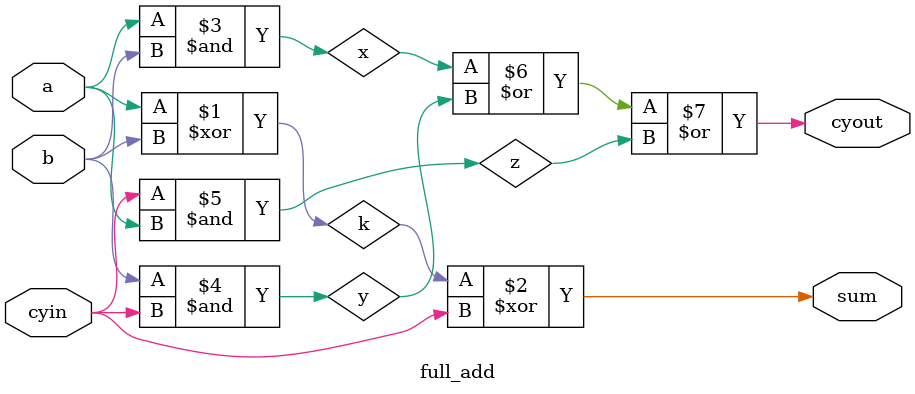
<source format=v>
module full_add (a,b,cyin,sum,cyout);
     input a,b,cyin;
     output sum,cyout;
     wire k,x,y,z;
     xor g1 (k,a,b);
     xor g2 (sum,k,cyin);
     and g3 (x,a,b);
     and g4 (y,b,cyin);
     and g5 (z,cyin,a);
     or g6 (cyout,x,y,z);
endmodule
</source>
